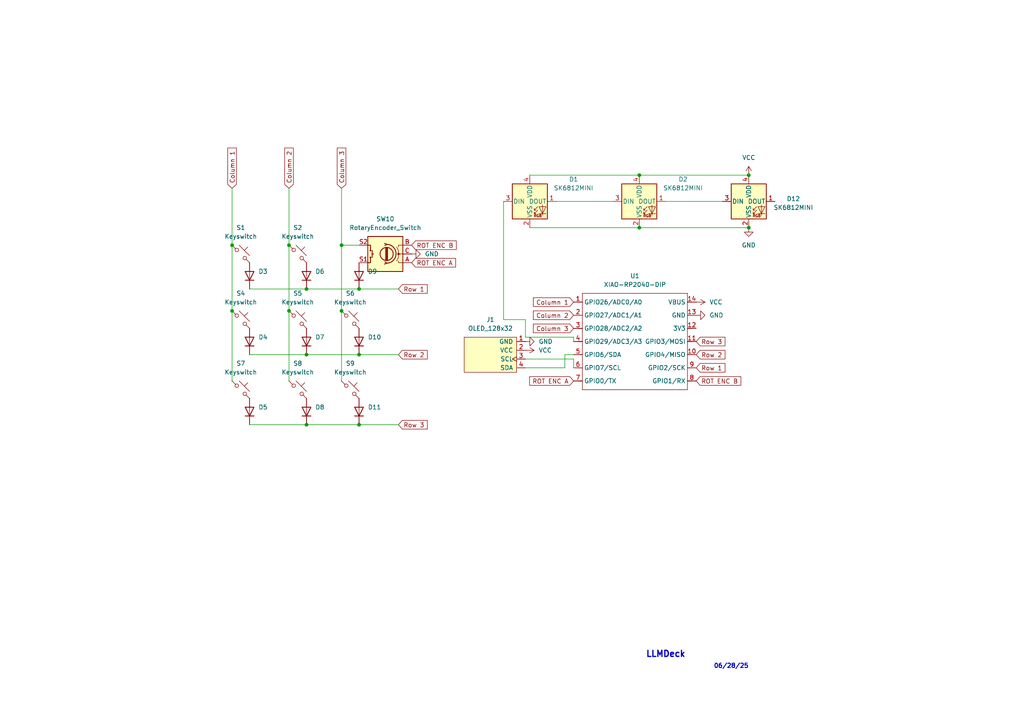
<source format=kicad_sch>
(kicad_sch (version 20250114) (generator "eeschema") (generator_version "9.0")
  (paper "A4")
  (lib_symbols
    (symbol "Device:RotaryEncoder_Switch" (pin_names (offset 0.254) (hide yes))
      (property "Reference" "SW" (at 0 6.604 0))
      (property "Value" "RotaryEncoder_Switch" (at 0 -6.604 0))
      (symbol "RotaryEncoder_Switch_0_1"
        (rectangle (start -5.08 5.08) (end 5.08 -5.08) (stroke (width 0.254)) (fill (type background)))
        (polyline (pts (xy -5.08 2.54) (xy -3.81 2.54) (xy -3.81 2.032)))
        (polyline (pts (xy -5.08 0) (xy -3.81 0) (xy -3.81 -1.016) (xy -3.302 -2.032)))
        (polyline (pts (xy -5.08 -2.54) (xy -3.81 -2.54) (xy -3.81 -2.032)))
        (polyline (pts (xy -4.318 0) (xy -3.81 0) (xy -3.81 1.016) (xy -3.302 2.032)))
        (circle (center -3.81 0) (radius 0.254) (fill (type outline)))
        (polyline (pts (xy -0.635 -1.778) (xy -0.635 1.778)) (stroke (width 0.254)))
        (circle (center -0.381 0) (radius 1.905) (stroke (width 0.254)))
        (polyline (pts (xy -0.381 -1.778) (xy -0.381 1.778)) (stroke (width 0.254)))
        (arc (start -0.381 -2.794) (mid -3.0988 -0.0635) (end -0.381 2.667) (stroke (width 0.254)))
        (polyline (pts (xy -0.127 1.778) (xy -0.127 -1.778)) (stroke (width 0.254)))
        (polyline (pts (xy 0.254 2.921) (xy -0.508 2.667) (xy 0.127 2.286)) (stroke (width 0.254)))
        (polyline (pts (xy 0.254 -3.048) (xy -0.508 -2.794) (xy 0.127 -2.413)) (stroke (width 0.254)))
        (polyline (pts (xy 3.81 1.016) (xy 3.81 -1.016)) (stroke (width 0.254)))
        (polyline (pts (xy 3.81 0) (xy 3.429 0)) (stroke (width 0.254)))
        (circle (center 4.318 1.016) (radius 0.127) (stroke (width 0.254)))
        (circle (center 4.318 -1.016) (radius 0.127) (stroke (width 0.254)))
        (polyline (pts (xy 5.08 2.54) (xy 4.318 2.54) (xy 4.318 1.016)) (stroke (width 0.254)))
        (polyline (pts (xy 5.08 -2.54) (xy 4.318 -2.54) (xy 4.318 -1.016)) (stroke (width 0.254)))
      )
      (symbol "RotaryEncoder_Switch_1_1"
        (pin passive line (at -7.62 2.54 0) (length 2.54) (name "A") (number "A"))
        (pin passive line (at -7.62 0 0) (length 2.54) (name "C") (number "C"))
        (pin passive line (at -7.62 -2.54 0) (length 2.54) (name "B") (number "B"))
        (pin passive line (at 7.62 2.54 180) (length 2.54) (name "S1") (number "S1"))
        (pin passive line (at 7.62 -2.54 180) (length 2.54) (name "S2") (number "S2"))
      )
    )
    (symbol "Diode:1N4148" (pin_numbers (hide yes)) (pin_names (hide yes))
      (property "Reference" "D" (at 0 2.54 0))
      (property "Value" "1N4148" (at 0 -2.54 0))
      (symbol "1N4148_0_1"
        (polyline (pts (xy -1.27 1.27) (xy -1.27 -1.27)) (stroke (width 0.254)))
        (polyline (pts (xy 1.27 1.27) (xy 1.27 -1.27) (xy -1.27 0) (xy 1.27 1.27)) (stroke (width 0.254)))
        (polyline (pts (xy 1.27 0) (xy -1.27 0)))
      )
      (symbol "1N4148_1_1"
        (pin passive line (at -3.81 0 0) (length 2.54) (name "K") (number "1"))
        (pin passive line (at 3.81 0 180) (length 2.54) (name "A") (number "2"))
      )
    )
    (symbol "LED:SK6812MINI" (pin_names (offset 0.254))
      (property "Reference" "D" (at 5.08 5.715 0))
      (property "Value" "SK6812MINI" (at 1.27 -5.715 0))
      (symbol "SK6812MINI_0_0"
        (text "RGB" (at 2.286 -4.191 0) (effects (font (size 0.762 0.762))))
      )
      (symbol "SK6812MINI_0_1"
        (polyline (pts (xy 1.27 -2.54) (xy 1.778 -2.54)))
        (polyline (pts (xy 1.27 -3.556) (xy 1.778 -3.556)))
        (polyline (pts (xy 2.286 -1.524) (xy 1.27 -2.54) (xy 1.27 -2.032)))
        (polyline (pts (xy 2.286 -2.54) (xy 1.27 -3.556) (xy 1.27 -3.048)))
        (polyline (pts (xy 3.683 -1.016) (xy 3.683 -3.556) (xy 3.683 -4.064)))
        (polyline (pts (xy 4.699 -1.524) (xy 2.667 -1.524) (xy 3.683 -3.556) (xy 4.699 -1.524)))
        (polyline (pts (xy 4.699 -3.556) (xy 2.667 -3.556)))
        (rectangle (start 5.08 5.08) (end -5.08 -5.08) (stroke (width 0.254)) (fill (type background)))
      )
      (symbol "SK6812MINI_1_1"
        (pin input line (at -7.62 0 0) (length 2.54) (name "DIN") (number "3"))
        (pin power_in line (at 0 7.62 270) (length 2.54) (name "VDD") (number "4"))
        (pin power_in line (at 0 -7.62 90) (length 2.54) (name "VSS") (number "2"))
        (pin output line (at 7.62 0 180) (length 2.54) (name "DOUT") (number "1"))
      )
    )
    (symbol "OPL:XIAO-RP2040-DIP"
      (property "Reference" "U" (at 0 0 0))
      (property "Value" "XIAO-RP2040-DIP" (at 5.334 -1.778 0))
      (symbol "XIAO-RP2040-DIP_1_0"
        (polyline (pts (xy -1.27 -2.54) (xy 29.21 -2.54)) (stroke (width 0.1524)))
        (polyline (pts (xy -1.27 -5.08) (xy -2.54 -5.08)) (stroke (width 0.1524)))
        (polyline (pts (xy -1.27 -5.08) (xy -1.27 -2.54)) (stroke (width 0.1524)))
        (polyline (pts (xy -1.27 -8.89) (xy -2.54 -8.89)) (stroke (width 0.1524)))
        (polyline (pts (xy -1.27 -8.89) (xy -1.27 -5.08)) (stroke (width 0.1524)))
        (polyline (pts (xy -1.27 -12.7) (xy -2.54 -12.7)) (stroke (width 0.1524)))
        (polyline (pts (xy -1.27 -12.7) (xy -1.27 -8.89)) (stroke (width 0.1524)))
        (polyline (pts (xy -1.27 -16.51) (xy -2.54 -16.51)) (stroke (width 0.1524)))
        (polyline (pts (xy -1.27 -16.51) (xy -1.27 -12.7)) (stroke (width 0.1524)))
        (polyline (pts (xy -1.27 -20.32) (xy -2.54 -20.32)) (stroke (width 0.1524)))
        (polyline (pts (xy -1.27 -24.13) (xy -2.54 -24.13)) (stroke (width 0.1524)))
        (polyline (pts (xy -1.27 -27.94) (xy -2.54 -27.94)) (stroke (width 0.1524)))
        (polyline (pts (xy -1.27 -30.48) (xy -1.27 -16.51)) (stroke (width 0.1524)))
        (polyline (pts (xy 29.21 -2.54) (xy 29.21 -5.08)) (stroke (width 0.1524)))
        (polyline (pts (xy 29.21 -5.08) (xy 29.21 -8.89)) (stroke (width 0.1524)))
        (polyline (pts (xy 29.21 -8.89) (xy 29.21 -12.7)) (stroke (width 0.1524)))
        (polyline (pts (xy 29.21 -12.7) (xy 29.21 -30.48)) (stroke (width 0.1524)))
        (polyline (pts (xy 29.21 -30.48) (xy -1.27 -30.48)) (stroke (width 0.1524)))
        (polyline (pts (xy 30.48 -5.08) (xy 29.21 -5.08)) (stroke (width 0.1524)))
        (polyline (pts (xy 30.48 -8.89) (xy 29.21 -8.89)) (stroke (width 0.1524)))
        (polyline (pts (xy 30.48 -12.7) (xy 29.21 -12.7)) (stroke (width 0.1524)))
        (polyline (pts (xy 30.48 -16.51) (xy 29.21 -16.51)) (stroke (width 0.1524)))
        (polyline (pts (xy 30.48 -20.32) (xy 29.21 -20.32)) (stroke (width 0.1524)))
        (polyline (pts (xy 30.48 -24.13) (xy 29.21 -24.13)) (stroke (width 0.1524)))
        (polyline (pts (xy 30.48 -27.94) (xy 29.21 -27.94)) (stroke (width 0.1524)))
        (pin passive line (at -3.81 -5.08 0) (length 2.54) (name "GPIO26/ADC0/A0") (number "1"))
        (pin passive line (at -3.81 -8.89 0) (length 2.54) (name "GPIO27/ADC1/A1") (number "2"))
        (pin passive line (at -3.81 -12.7 0) (length 2.54) (name "GPIO28/ADC2/A2") (number "3"))
        (pin passive line (at -3.81 -16.51 0) (length 2.54) (name "GPIO29/ADC3/A3") (number "4"))
        (pin passive line (at -3.81 -20.32 0) (length 2.54) (name "GPIO6/SDA") (number "5"))
        (pin passive line (at -3.81 -24.13 0) (length 2.54) (name "GPIO7/SCL") (number "6"))
        (pin passive line (at -3.81 -27.94 0) (length 2.54) (name "GPIO0/TX") (number "7"))
        (pin passive line (at 31.75 -5.08 180) (length 2.54) (name "VBUS") (number "14"))
        (pin passive line (at 31.75 -8.89 180) (length 2.54) (name "GND") (number "13"))
        (pin passive line (at 31.75 -12.7 180) (length 2.54) (name "3V3") (number "12"))
        (pin passive line (at 31.75 -16.51 180) (length 2.54) (name "GPIO3/MOSI") (number "11"))
        (pin passive line (at 31.75 -20.32 180) (length 2.54) (name "GPIO4/MISO") (number "10"))
        (pin passive line (at 31.75 -24.13 180) (length 2.54) (name "GPIO2/SCK") (number "9"))
        (pin passive line (at 31.75 -27.94 180) (length 2.54) (name "GPIO1/RX") (number "8"))
      )
    )
    (symbol "ScottoKeebs:OLED_128x32" (pin_names (offset 1.016))
      (property "Reference" "J" (at 0 -6.35 0))
      (property "Value" "OLED_128x32" (at 0 6.35 0))
      (symbol "OLED_128x32_0_1"
        (rectangle (start 0 5.08) (end 15.24 -5.08) (fill (type background)))
      )
      (symbol "OLED_128x32_1_1"
        (pin bidirectional line (at -2.54 3.81 0) (length 2.54) (name "SDA") (number "4"))
        (pin input clock (at -2.54 1.27 0) (length 2.54) (name "SCL") (number "3"))
        (pin power_in line (at -2.54 -1.27 0) (length 2.54) (name "VCC") (number "2"))
        (pin power_in line (at -2.54 -3.81 0) (length 2.54) (name "GND") (number "1"))
      )
    )
    (symbol "ScottoKeebs:Placeholder_Keyswitch" (pin_numbers (hide yes)) (pin_names (offset 1.016) (hide yes))
      (property "Reference" "S" (at 3.048 1.016 0))
      (property "Value" "Keyswitch" (at 0 -3.81 0))
      (symbol "Placeholder_Keyswitch_0_1"
        (polyline (pts (xy -2.54 2.54) (xy -1.524 1.524) (xy -1.524 1.524)))
        (circle (center -1.1684 1.1684) (radius 0.508))
        (polyline (pts (xy -0.508 2.54) (xy 2.54 -0.508)))
        (polyline (pts (xy 1.016 1.016) (xy 2.032 2.032)))
        (circle (center 1.143 -1.1938) (radius 0.508))
        (polyline (pts (xy 1.524 -1.524) (xy 2.54 -2.54) (xy 2.54 -2.54) (xy 2.54 -2.54)))
        (pin passive line (at -2.54 2.54 0) (length 0) (name "1") (number "1"))
        (pin passive line (at 2.54 -2.54 180) (length 0) (name "2") (number "2"))
      )
    )
    (symbol "power:GND" (power) (pin_numbers (hide yes)) (pin_names (offset 0) (hide yes))
      (property "Value" "GND" (at 0 -3.81 0))
      (symbol "GND_0_1"
        (polyline (pts (xy 0 0) (xy 0 -1.27) (xy 1.27 -1.27) (xy 0 -2.54) (xy -1.27 -1.27) (xy 0 -1.27)))
      )
      (symbol "GND_1_1"
        (pin power_in line (at 0 0 270) (length 0) (name "~") (number "1"))
      )
    )
    (symbol "power:VCC" (power) (pin_numbers (hide yes)) (pin_names (offset 0) (hide yes))
      (property "Value" "VCC" (at 0 3.556 0))
      (symbol "VCC_0_1"
        (polyline (pts (xy -0.762 1.27) (xy 0 2.54)))
        (polyline (pts (xy 0 2.54) (xy 0.762 1.27)))
        (polyline (pts (xy 0 0) (xy 0 2.54)))
      )
      (symbol "VCC_1_1"
        (pin power_in line (at 0 0 90) (length 0) (name "~") (number "1"))
      )
    )
  )
  (text "06/28/25" (at 212.09 193.294 0) (effects (font (size 1.27 1.27) (thickness 0.254) (bold yes))))
  (text "LLMDeck" (at 193.0882 189.8454 0) (effects (font (size 1.778 1.778) (thickness 0.3556) (bold yes))))
  (junction (at 104.14 83.82))
  (junction (at 217.17 66.04))
  (junction (at 83.82 71.12))
  (junction (at 88.9 123.19))
  (junction (at 217.17 50.8))
  (junction (at 185.42 66.04))
  (junction (at 185.42 50.8))
  (junction (at 104.14 102.87))
  (junction (at 83.82 90.17))
  (junction (at 67.31 71.12))
  (junction (at 104.14 123.19))
  (junction (at 67.31 90.17))
  (junction (at 88.9 83.82))
  (junction (at 99.06 90.17))
  (junction (at 88.9 102.87))
  (junction (at 99.06 71.12))
  (wire (pts (xy 193.04 58.42) (xy 209.55 58.42)))
  (wire (pts (xy 88.9 102.87) (xy 104.14 102.87)))
  (wire (pts (xy 99.06 90.17) (xy 99.06 110.49)))
  (wire (pts (xy 163.83 106.68) (xy 163.83 102.87)))
  (wire (pts (xy 146.05 58.42) (xy 146.05 92.71)))
  (wire (pts (xy 166.37 97.79) (xy 166.37 99.06)))
  (wire (pts (xy 99.06 71.12) (xy 99.06 90.17)))
  (wire (pts (xy 88.9 83.82) (xy 104.14 83.82)))
  (wire (pts (xy 152.4 92.71) (xy 152.4 97.79)))
  (wire (pts (xy 67.31 71.12) (xy 67.31 90.17)))
  (wire (pts (xy 152.4 106.68) (xy 163.83 106.68)))
  (wire (pts (xy 104.14 102.87) (xy 115.57 102.87)))
  (wire (pts (xy 88.9 123.19) (xy 104.14 123.19)))
  (wire (pts (xy 153.67 66.04) (xy 185.42 66.04)))
  (wire (pts (xy 161.29 58.42) (xy 177.8 58.42)))
  (wire (pts (xy 83.82 54.61) (xy 83.82 71.12)))
  (wire (pts (xy 185.42 66.04) (xy 217.17 66.04)))
  (wire (pts (xy 72.39 102.87) (xy 88.9 102.87)))
  (wire (pts (xy 153.67 50.8) (xy 185.42 50.8)))
  (wire (pts (xy 185.42 50.8) (xy 217.17 50.8)))
  (wire (pts (xy 83.82 71.12) (xy 83.82 90.17)))
  (wire (pts (xy 83.82 90.17) (xy 83.82 110.49)))
  (wire (pts (xy 146.05 92.71) (xy 152.4 92.71)))
  (wire (pts (xy 104.14 123.19) (xy 115.57 123.19)))
  (wire (pts (xy 166.37 104.14) (xy 166.37 106.68)))
  (wire (pts (xy 72.39 83.82) (xy 88.9 83.82)))
  (wire (pts (xy 99.06 54.61) (xy 99.06 71.12)))
  (wire (pts (xy 104.14 83.82) (xy 115.57 83.82)))
  (wire (pts (xy 67.31 90.17) (xy 67.31 110.49)))
  (wire (pts (xy 72.39 123.19) (xy 88.9 123.19)))
  (wire (pts (xy 67.31 54.61) (xy 67.31 71.12)))
  (wire (pts (xy 152.4 97.79) (xy 166.37 97.79)))
  (wire (pts (xy 152.4 104.14) (xy 166.37 104.14)))
  (wire (pts (xy 99.06 71.12) (xy 104.14 71.12)))
  (wire (pts (xy 163.83 102.87) (xy 166.37 102.87)))
  (global_label "Column 2" (shape input) (at 83.82 54.61 90) (property "Intersheetrefs" "${INTERSHEET_REFS}" (effects (hide yes))))
  (global_label "ROT ENC A" (shape input) (at 166.37 110.49 180) (property "Intersheetrefs" "${INTERSHEET_REFS}" (effects (hide yes))))
  (global_label "ROT ENC B" (shape input) (at 201.93 110.49 0) (property "Intersheetrefs" "${INTERSHEET_REFS}" (effects (hide yes))))
  (global_label "Row 3" (shape input) (at 115.57 123.19 0) (property "Intersheetrefs" "${INTERSHEET_REFS}" (effects (hide yes))))
  (global_label "Row 3" (shape input) (at 201.93 99.06 0) (property "Intersheetrefs" "${INTERSHEET_REFS}" (effects (hide yes))))
  (global_label "Column 1" (shape input) (at 166.37 87.63 180) (property "Intersheetrefs" "${INTERSHEET_REFS}" (effects (hide yes))))
  (global_label "ROT ENC A" (shape input) (at 119.38 76.2 0) (property "Intersheetrefs" "${INTERSHEET_REFS}" (effects (hide yes))))
  (global_label "Row 2" (shape input) (at 201.93 102.87 0) (property "Intersheetrefs" "${INTERSHEET_REFS}" (effects (hide yes))))
  (global_label "Row 2" (shape input) (at 115.57 102.87 0) (property "Intersheetrefs" "${INTERSHEET_REFS}" (effects (hide yes))))
  (global_label "Column 1" (shape input) (at 67.31 54.61 90) (property "Intersheetrefs" "${INTERSHEET_REFS}" (effects (hide yes))))
  (global_label "ROT ENC B" (shape input) (at 119.38 71.12 0) (property "Intersheetrefs" "${INTERSHEET_REFS}" (effects (hide yes))))
  (global_label "Row 1" (shape input) (at 115.57 83.82 0) (property "Intersheetrefs" "${INTERSHEET_REFS}" (effects (hide yes))))
  (global_label "Row 1" (shape input) (at 201.93 106.68 0) (property "Intersheetrefs" "${INTERSHEET_REFS}" (effects (hide yes))))
  (global_label "Column 3" (shape input) (at 166.37 95.25 180) (property "Intersheetrefs" "${INTERSHEET_REFS}" (effects (hide yes))))
  (global_label "Column 2" (shape input) (at 166.37 91.44 180) (property "Intersheetrefs" "${INTERSHEET_REFS}" (effects (hide yes))))
  (global_label "Column 3" (shape input) (at 99.06 54.61 90) (property "Intersheetrefs" "${INTERSHEET_REFS}" (effects (hide yes))))
  (symbol (lib_id "ScottoKeebs:Placeholder_Keyswitch") (at 86.36 73.66 0) (unit 1)
    (property "Reference" "S2" (at 86.36 66.04 0))
    (property "Value" "Keyswitch" (at 86.36 68.58 0))
    (property "Footprint" "Button_Switch_Keyboard:SW_Cherry_MX_1.00u_PCB" (effects (hide yes)))
    (property "Description" "Push button switch, normally open, two pins, 45° tilted" (effects (hide yes)))
  )
  (symbol (lib_id "power:GND") (at 119.38 73.66 90) (unit 1)
    (property "Reference" "#PWR09" (effects (hide yes)))
    (property "Value" "GND" (at 123.19 73.6601 90) (effects (justify right)))
    (property "Description" "Power symbol creates a global label with name \"GND\" , ground" (effects (hide yes)))
  )
  (symbol (lib_id "ScottoKeebs:Placeholder_Keyswitch") (at 69.85 92.71 0) (unit 1)
    (property "Reference" "S4" (at 69.85 85.09 0))
    (property "Value" "Keyswitch" (at 69.85 87.63 0))
    (property "Footprint" "Button_Switch_Keyboard:SW_Cherry_MX_1.00u_PCB" (effects (hide yes)))
    (property "Description" "Push button switch, normally open, two pins, 45° tilted" (effects (hide yes)))
  )
  (symbol (lib_id "ScottoKeebs:Placeholder_Keyswitch") (at 101.6 113.03 0) (unit 1)
    (property "Reference" "S9" (at 101.6 105.41 0))
    (property "Value" "Keyswitch" (at 101.6 107.95 0))
    (property "Footprint" "Button_Switch_Keyboard:SW_Cherry_MX_1.00u_PCB" (effects (hide yes)))
    (property "Description" "Push button switch, normally open, two pins, 45° tilted" (effects (hide yes)))
  )
  (symbol (lib_id "Diode:1N4148") (at 88.9 99.06 90) (unit 1)
    (property "Reference" "D7" (at 91.44 97.7899 90) (effects (justify right)))
    (property "Value" "1N4148" (effects (hide yes)))
    (property "Footprint" "Diode_THT:D_DO-35_SOD27_P7.62mm_Horizontal" (effects (hide yes)))
    (property "Datasheet" "https://assets.nexperia.com/documents/data-sheet/1N4148_1N4448.pdf" (effects (hide yes)))
    (property "Description" "100V 0.15A standard switching diode, DO-35" (effects (hide yes)))
    (property "Sim.Device" "D" (effects (hide yes)))
    (property "Sim.Pins" "1=K 2=A" (effects (hide yes)))
  )
  (symbol (lib_id "Diode:1N4148") (at 104.14 119.38 90) (unit 1)
    (property "Reference" "D11" (at 106.68 118.1099 90) (effects (justify right)))
    (property "Value" "1N4148" (effects (hide yes)))
    (property "Footprint" "Diode_THT:D_DO-35_SOD27_P7.62mm_Horizontal" (effects (hide yes)))
    (property "Datasheet" "https://assets.nexperia.com/documents/data-sheet/1N4148_1N4448.pdf" (effects (hide yes)))
    (property "Description" "100V 0.15A standard switching diode, DO-35" (effects (hide yes)))
    (property "Sim.Device" "D" (effects (hide yes)))
    (property "Sim.Pins" "1=K 2=A" (effects (hide yes)))
  )
  (symbol (lib_id "power:VCC") (at 217.17 50.8 0) (unit 1)
    (property "Reference" "#PWR01" (effects (hide yes)))
    (property "Value" "VCC" (at 217.17 45.72 0))
    (property "Description" "Power symbol creates a global label with name \"VCC\"" (effects (hide yes)))
  )
  (symbol (lib_id "Diode:1N4148") (at 104.14 80.01 90) (unit 1)
    (property "Reference" "D9" (at 106.68 78.7399 90) (effects (justify right)))
    (property "Value" "1N4148" (effects (hide yes)))
    (property "Footprint" "Diode_THT:D_DO-35_SOD27_P7.62mm_Horizontal" (effects (hide yes)))
    (property "Datasheet" "https://assets.nexperia.com/documents/data-sheet/1N4148_1N4448.pdf" (effects (hide yes)))
    (property "Description" "100V 0.15A standard switching diode, DO-35" (effects (hide yes)))
    (property "Sim.Device" "D" (effects (hide yes)))
    (property "Sim.Pins" "1=K 2=A" (effects (hide yes)))
  )
  (symbol (lib_id "power:GND") (at 217.17 66.04 0) (unit 1)
    (property "Reference" "#PWR06" (effects (hide yes)))
    (property "Value" "GND" (at 217.17 71.12 0))
    (property "Description" "Power symbol creates a global label with name \"GND\" , ground" (effects (hide yes)))
  )
  (symbol (lib_id "Diode:1N4148") (at 104.14 99.06 90) (unit 1)
    (property "Reference" "D10" (at 106.68 97.7899 90) (effects (justify right)))
    (property "Value" "1N4148" (effects (hide yes)))
    (property "Footprint" "Diode_THT:D_DO-35_SOD27_P7.62mm_Horizontal" (effects (hide yes)))
    (property "Datasheet" "https://assets.nexperia.com/documents/data-sheet/1N4148_1N4448.pdf" (effects (hide yes)))
    (property "Description" "100V 0.15A standard switching diode, DO-35" (effects (hide yes)))
    (property "Sim.Device" "D" (effects (hide yes)))
    (property "Sim.Pins" "1=K 2=A" (effects (hide yes)))
  )
  (symbol (lib_id "Diode:1N4148") (at 72.39 80.01 90) (unit 1)
    (property "Reference" "D3" (at 74.93 78.7399 90) (effects (justify right)))
    (property "Value" "1N4148" (effects (hide yes)))
    (property "Footprint" "Diode_THT:D_DO-35_SOD27_P7.62mm_Horizontal" (effects (hide yes)))
    (property "Datasheet" "https://assets.nexperia.com/documents/data-sheet/1N4148_1N4448.pdf" (effects (hide yes)))
    (property "Description" "100V 0.15A standard switching diode, DO-35" (effects (hide yes)))
    (property "Sim.Device" "D" (effects (hide yes)))
    (property "Sim.Pins" "1=K 2=A" (effects (hide yes)))
  )
  (symbol (lib_id "power:VCC") (at 201.93 87.63 270) (unit 1)
    (property "Reference" "#PWR03" (effects (hide yes)))
    (property "Value" "VCC" (at 205.74 87.6299 90) (effects (justify left)))
    (property "Description" "Power symbol creates a global label with name \"VCC\"" (effects (hide yes)))
  )
  (symbol (lib_id "Diode:1N4148") (at 88.9 119.38 90) (unit 1)
    (property "Reference" "D8" (at 91.44 118.1099 90) (effects (justify right)))
    (property "Value" "1N4148" (effects (hide yes)))
    (property "Footprint" "Diode_THT:D_DO-35_SOD27_P7.62mm_Horizontal" (effects (hide yes)))
    (property "Datasheet" "https://assets.nexperia.com/documents/data-sheet/1N4148_1N4448.pdf" (effects (hide yes)))
    (property "Description" "100V 0.15A standard switching diode, DO-35" (effects (hide yes)))
    (property "Sim.Device" "D" (effects (hide yes)))
    (property "Sim.Pins" "1=K 2=A" (effects (hide yes)))
  )
  (symbol (lib_id "ScottoKeebs:Placeholder_Keyswitch") (at 86.36 113.03 0) (unit 1)
    (property "Reference" "S8" (at 86.36 105.41 0))
    (property "Value" "Keyswitch" (at 86.36 107.95 0))
    (property "Footprint" "Button_Switch_Keyboard:SW_Cherry_MX_1.00u_PCB" (effects (hide yes)))
    (property "Description" "Push button switch, normally open, two pins, 45° tilted" (effects (hide yes)))
  )
  (symbol (lib_id "ScottoKeebs:Placeholder_Keyswitch") (at 101.6 92.71 0) (unit 1)
    (property "Reference" "S6" (at 101.6 85.09 0))
    (property "Value" "Keyswitch" (at 101.6 87.63 0))
    (property "Footprint" "Button_Switch_Keyboard:SW_Cherry_MX_1.00u_PCB" (effects (hide yes)))
    (property "Description" "Push button switch, normally open, two pins, 45° tilted" (effects (hide yes)))
  )
  (symbol (lib_id "ScottoKeebs:Placeholder_Keyswitch") (at 69.85 73.66 0) (unit 1)
    (property "Reference" "S1" (at 69.85 66.04 0))
    (property "Value" "Keyswitch" (at 69.85 68.58 0))
    (property "Footprint" "Button_Switch_Keyboard:SW_Cherry_MX_1.00u_PCB" (effects (hide yes)))
    (property "Description" "Push button switch, normally open, two pins, 45° tilted" (effects (hide yes)))
  )
  (symbol (lib_id "LED:SK6812MINI") (at 185.42 58.42 0) (unit 1)
    (property "Reference" "D2" (at 198.12 51.9998 0))
    (property "Value" "SK6812MINI" (at 198.12 54.5398 0))
    (property "Footprint" "LED_SMD:LED_SK6812MINI_PLCC4_3.5x3.5mm_P1.75mm" (effects (hide yes)))
    (property "Datasheet" "https://cdn-shop.adafruit.com/product-files/2686/SK6812MINI_REV.01-1-2.pdf" (effects (hide yes)))
    (property "Description" "RGB LED with integrated controller" (effects (hide yes)))
  )
  (symbol (lib_id "LED:SK6812MINI") (at 217.17 58.42 0) (unit 1)
    (property "Reference" "D12" (at 230.124 57.658 0))
    (property "Value" "SK6812MINI" (at 230.124 60.198 0))
    (property "Footprint" "LED_SMD:LED_SK6812MINI_PLCC4_3.5x3.5mm_P1.75mm" (effects (hide yes)))
    (property "Datasheet" "https://cdn-shop.adafruit.com/product-files/2686/SK6812MINI_REV.01-1-2.pdf" (effects (hide yes)))
    (property "Description" "RGB LED with integrated controller" (effects (hide yes)))
  )
  (symbol (lib_id "power:VCC") (at 152.4 101.6 270) (unit 1)
    (property "Reference" "#PWR05" (effects (hide yes)))
    (property "Value" "VCC" (at 156.21 101.5999 90) (effects (justify left)))
    (property "Description" "Power symbol creates a global label with name \"VCC\"" (effects (hide yes)))
  )
  (symbol (lib_id "OPL:XIAO-RP2040-DIP") (at 170.18 82.55 0) (unit 1)
    (property "Reference" "U1" (at 184.15 80.01 0))
    (property "Value" "XIAO-RP2040-DIP" (at 184.15 82.55 0))
    (property "Footprint" "OPL:XIAO-RP2040-DIP" (effects (hide yes)))
  )
  (symbol (lib_id "ScottoKeebs:OLED_128x32") (at 149.86 102.87 180) (unit 1)
    (property "Reference" "J1" (at 142.24 92.71 0))
    (property "Value" "OLED_128x32" (at 142.24 95.25 0))
    (property "Footprint" "OLED:SSD1306-0.91-OLED-4pin-128x32" (effects (hide yes)))
  )
  (symbol (lib_id "Diode:1N4148") (at 72.39 99.06 90) (unit 1)
    (property "Reference" "D4" (at 74.93 97.7899 90) (effects (justify right)))
    (property "Value" "1N4148" (effects (hide yes)))
    (property "Footprint" "Diode_THT:D_DO-35_SOD27_P7.62mm_Horizontal" (effects (hide yes)))
    (property "Datasheet" "https://assets.nexperia.com/documents/data-sheet/1N4148_1N4448.pdf" (effects (hide yes)))
    (property "Description" "100V 0.15A standard switching diode, DO-35" (effects (hide yes)))
    (property "Sim.Device" "D" (effects (hide yes)))
    (property "Sim.Pins" "1=K 2=A" (effects (hide yes)))
  )
  (symbol (lib_id "ScottoKeebs:Placeholder_Keyswitch") (at 86.36 92.71 0) (unit 1)
    (property "Reference" "S5" (at 86.36 85.09 0))
    (property "Value" "Keyswitch" (at 86.36 87.63 0))
    (property "Footprint" "Button_Switch_Keyboard:SW_Cherry_MX_1.00u_PCB" (effects (hide yes)))
    (property "Description" "Push button switch, normally open, two pins, 45° tilted" (effects (hide yes)))
  )
  (symbol (lib_id "Diode:1N4148") (at 72.39 119.38 90) (unit 1)
    (property "Reference" "D5" (at 74.93 118.1099 90) (effects (justify right)))
    (property "Value" "1N4148" (effects (hide yes)))
    (property "Footprint" "Diode_THT:D_DO-35_SOD27_P7.62mm_Horizontal" (effects (hide yes)))
    (property "Datasheet" "https://assets.nexperia.com/documents/data-sheet/1N4148_1N4448.pdf" (effects (hide yes)))
    (property "Description" "100V 0.15A standard switching diode, DO-35" (effects (hide yes)))
    (property "Sim.Device" "D" (effects (hide yes)))
    (property "Sim.Pins" "1=K 2=A" (effects (hide yes)))
  )
  (symbol (lib_id "Diode:1N4148") (at 88.9 80.01 90) (unit 1)
    (property "Reference" "D6" (at 91.44 78.7399 90) (effects (justify right)))
    (property "Value" "1N4148" (effects (hide yes)))
    (property "Footprint" "Diode_THT:D_DO-35_SOD27_P7.62mm_Horizontal" (effects (hide yes)))
    (property "Datasheet" "https://assets.nexperia.com/documents/data-sheet/1N4148_1N4448.pdf" (effects (hide yes)))
    (property "Description" "100V 0.15A standard switching diode, DO-35" (effects (hide yes)))
    (property "Sim.Device" "D" (effects (hide yes)))
    (property "Sim.Pins" "1=K 2=A" (effects (hide yes)))
  )
  (symbol (lib_id "power:GND") (at 152.4 99.06 90) (unit 1)
    (property "Reference" "#PWR04" (effects (hide yes)))
    (property "Value" "GND" (at 156.21 99.0599 90) (effects (justify right)))
    (property "Description" "Power symbol creates a global label with name \"GND\" , ground" (effects (hide yes)))
  )
  (symbol (lib_id "LED:SK6812MINI") (at 153.67 58.42 0) (unit 1)
    (property "Reference" "D1" (at 166.37 51.9998 0))
    (property "Value" "SK6812MINI" (at 166.37 54.5398 0))
    (property "Footprint" "LED_SMD:LED_SK6812MINI_PLCC4_3.5x3.5mm_P1.75mm" (effects (hide yes)))
    (property "Datasheet" "https://cdn-shop.adafruit.com/product-files/2686/SK6812MINI_REV.01-1-2.pdf" (effects (hide yes)))
    (property "Description" "RGB LED with integrated controller" (effects (hide yes)))
  )
  (symbol (lib_id "ScottoKeebs:Placeholder_Keyswitch") (at 69.85 113.03 0) (unit 1)
    (property "Reference" "S7" (at 69.85 105.41 0))
    (property "Value" "Keyswitch" (at 69.85 107.95 0))
    (property "Footprint" "Button_Switch_Keyboard:SW_Cherry_MX_1.00u_PCB" (effects (hide yes)))
    (property "Description" "Push button switch, normally open, two pins, 45° tilted" (effects (hide yes)))
  )
  (symbol (lib_id "power:GND") (at 201.93 91.44 90) (unit 1)
    (property "Reference" "#PWR02" (effects (hide yes)))
    (property "Value" "GND" (at 205.74 91.4399 90) (effects (justify right)))
    (property "Description" "Power symbol creates a global label with name \"GND\" , ground" (effects (hide yes)))
  )
  (symbol (lib_id "Device:RotaryEncoder_Switch") (at 111.76 73.66 180) (unit 1)
    (property "Reference" "SW10" (at 111.76 63.5 0))
    (property "Value" "RotaryEncoder_Switch" (at 111.76 66.04 0))
    (property "Footprint" "OLED:RotaryEncoder_Alps_EC11E-Switch_Vertical_H20mm" (effects (hide yes)))
    (property "Description" "Rotary encoder, dual channel, incremental quadrate outputs, with switch" (effects (hide yes)))
  )
)
</source>
